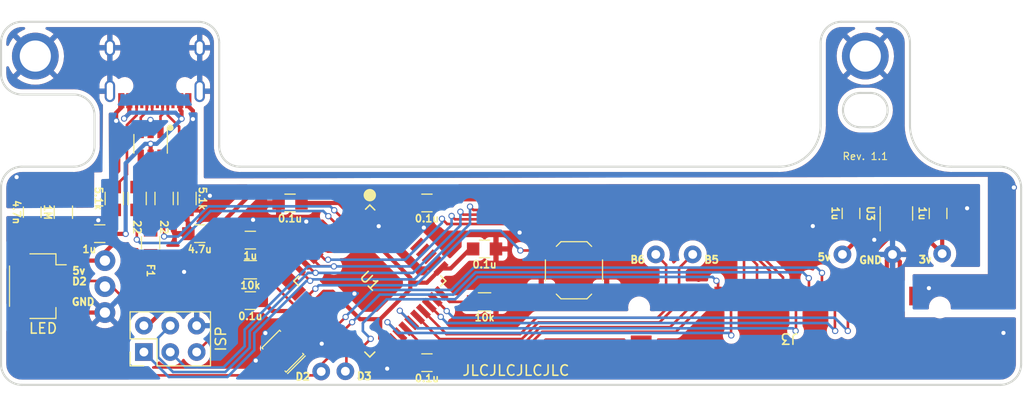
<source format=kicad_pcb>
(kicad_pcb (version 20211014) (generator pcbnew)
  (layers (0 "F.Cu" signal) (31 "B.Cu" signal) (34 "B.Paste" user) (35 "F.Paste" user) (36 "B.SilkS" user "B.Silkscreen") (37 "F.SilkS" user "F.Silkscreen") (38 "B.Mask" user) (39 "F.Mask" user) (44 "Edge.Cuts" user))
  (net 0 "")
  (net 1 "GND")
  (net 2 "VCC")
  (net 3 "RST")
  (net 4 "Earth")
  (net 5 "+3V3")
  (net 7 "Net-(C7-Pad1)")
  (net 8 "Net-(J1-Pad4)")
  (net 10 "P8")
  (net 11 "P1")
  (net 12 "P2")
  (net 13 "P3")
  (net 14 "P4")
  (net 15 "MOSI")
  (net 16 "MISO")
  (net 17 "P5")
  (net 18 "P6")
  (net 19 "P7")
  (net 20 "P11")
  (net 21 "P12")
  (net 22 "P13")
  (net 23 "P14")
  (net 24 "P15")
  (net 27 "unconnected-(U1-Pad20)")
  (net 28 "unconnected-(U1-Pad21)")
  (net 36 "D-")
  (net 37 "D+")
  (net 38 "VBUS")
  (net 39 "Net-(U1-Pad17)")
  (net 40 "Net-(U1-Pad16)")
  (net 41 "Net-(J1-Pad5)")
  (net 42 "Net-(R2-Pad2)")
  (net 43 "Net-(R4-Pad1)")
  (net 44 "Net-(R1-Pad2)")
  (net 45 "Net-(J1-Pad6)")
  (net 46 "Net-(J1-Pad10)")
  (footprint "Keeb_components:C_0805" (layer "F.Cu") (at 81.824 18.5 90)
    (fp_text reference "C9")
    (fp_text value "1u")
  )
  (footprint "Keeb_components:C_0805" (layer "F.Cu") (at 46.547 21.916)
    (fp_text reference "C2")
    (fp_text value "0.1u")
  )
  (footprint "Keeb_components:C_0805" (layer "F.Cu") (at 24 26.891 180)
    (fp_text reference "C5")
    (fp_text value "0.1u")
  )
  (footprint "Keeb_components:F_0805" (layer "F.Cu") (at 14.4 21.3264 90)
    (fp_text reference "F1")
    (fp_text value "Polyfuse_Small" hide)
  )
  (footprint "Keeb_components:R_0805" (layer "F.Cu") (at 17.9 17.0592 -90)
    (fp_text reference "R5" hide)
    (fp_text value "5.1k")
  )
  (footprint "" (layer "F.Cu") (at 66.584 22.444)
    (fp_text reference "")
    (fp_text value "")
  )
  (footprint "Keeb_components:JST_SH_SM04B-SRSS-TB_1x04-1MP_P1.00mm_Horizontal" (layer "F.Cu") (at 3.5 25.5 -90)
    (fp_text reference "J2" hide)
    (fp_text value "ai03_ud" hide)
  )
  (footprint "Keeb_components:HRO-TYPE-C-31-M-12" (layer "F.Cu") (at 14.8 -0.05)
    (fp_text reference "J1")
    (fp_text value "HRO-TYPE-C-31-M-12")
  )
  (footprint "Keeb_components:C_0805" (layer "F.Cu") (at 19.132 20.446 180)
    (fp_text reference "C6")
    (fp_text value "4.7u")
  )
  (footprint "" (layer "F.Cu") (at 81.57 21.428)
    (fp_text reference "")
    (fp_text value "")
  )
  (footprint "Keeb_components:C_0805" (layer "F.Cu") (at 24 21.066 180)
    (fp_text reference "C7")
    (fp_text value "1u")
  )
  (footprint "Keeb_components:C_0805" (layer "F.Cu") (at 27.822 17.491 180)
    (fp_text reference "C3")
    (fp_text value "0.1u")
  )
  (footprint "footprints:DF14-20P-1.25H" (layer "F.Cu") (at 75.9 27.55 180)
    (fp_text reference "J3")
    (fp_text value "DF14-20P-1.25H")
  )
  (footprint "Keeb_components:C_0805" (layer "F.Cu") (at 3 18.38 -90)
    (fp_text reference "C8")
    (fp_text value "4.7n")
  )
  (footprint "" (layer "F.Cu") (at 85.822 23.391)
    (fp_text reference "")
    (fp_text value "")
  )
  (footprint "Keeb_components:C_0805" (layer "F.Cu") (at 41 17.491)
    (fp_text reference "C1")
    (fp_text value "0.1u")
  )
  (footprint "footprints:screw" (layer "F.Cu") (at 3.3 3.35)
    (fp_text reference "S1" hide)
    (fp_text value "SCREW" hide)
  )
  (footprint "Keeb_components:C_0805" (layer "F.Cu") (at 90.206 18.5 90)
    (fp_text reference "C10")
    (fp_text value "1u")
  )
  (footprint "" (layer "F.Cu") (at 30.822 33.716)
    (fp_text reference "")
    (fp_text value "")
  )
  (footprint "Keeb_components:R_0805" (layer "F.Cu") (at 46.547 27.016)
    (fp_text reference "R4" hide)
    (fp_text value "10k")
  )
  (footprint "footprints:solder_header" (layer "F.Cu") (at 10 26.791 -90)
    (fp_text reference "J4" hide)
    (fp_text value "Solder header" hide)
  )
  (footprint "Keeb_components:Resonator_SMD_muRata_CSTNExxV-3Pin-p1.2" (layer "F.Cu") (at 27.127472 31.755472 135)
    (fp_text reference "X1" hide)
    (fp_text value "16mhz")
  )
  (footprint "Keeb_components:R_0805" (layer "F.Cu") (at 13.1 17.0592 -90)
    (fp_text reference "R1" hide)
    (fp_text value "22")
  )
  (footprint "Package_TO_SOT_SMD:SOT-23" (layer "F.Cu") (at 86.1928 18.5 90)
    (fp_text reference "U3")
    (fp_text value "XC6206P332MR")
  )
  (footprint "" (layer "F.Cu") (at 33.147 33.691)
    (fp_text reference "")
    (fp_text value "")
  )
  (footprint "footprints:screw" (layer "F.Cu") (at 83.2 3.35)
    (fp_text reference "S2" hide)
    (fp_text value "SCREW" hide)
  )
  (footprint "Keeb_components:R_0805" (layer "F.Cu") (at 10.9 17.0592 -90)
    (fp_text reference "R6" hide)
    (fp_text value "5.1k")
  )
  (footprint "Keeb_components:C_0805" (layer "F.Cu") (at 41 32.866)
    (fp_text reference "C4")
    (fp_text value "0.1u")
  )
  (footprint "Keeb_components:isp_standard" (layer "F.Cu") (at 16.292 30.572 90)
    (fp_text reference "J2" hide)
    (fp_text value "ISP")
  )
  (footprint "Keeb_components:ATMEGA32U4" (layer "F.Cu") (at 35.5 25 -135)
    (fp_text reference "U1")
    (fp_text value "ATmega32U4")
  )
  (footprint "" (layer "F.Cu") (at 63.028 22.444)
    (fp_text reference "")
    (fp_text value "")
  )
  (footprint "Button_Switch_SMD:SW_SPST_TL3342" (layer "F.Cu") (at 55.154 23.968 180)
    (fp_text reference "SW1" hide)
    (fp_text value "SW_PUSH")
  )
  (footprint "Keeb_components:R_0805" (layer "F.Cu") (at 6 18.38 90)
    (fp_text reference "R7" hide)
    (fp_text value "1M")
  )
  (footprint "" (layer "F.Cu") (at 89.997 21.358)
    (fp_text reference "")
    (fp_text value "")
  )
  (footprint "Keeb_components:C_0805" (layer "F.Cu") (at 9.5 20.446 180)
    (fp_text reference "C11")
    (fp_text value "1u")
  )
  (footprint "Keeb_components:USBLC6-2SC6" (layer "F.Cu") (at 14.4 11.8 90)
    (fp_text reference "U2" hide)
    (fp_text value "USBLC6-2SC6")
  )
  (footprint "Keeb_components:R_0805" (layer "F.Cu") (at 15.7 17.0592 -90)
    (fp_text reference "R2" hide)
    (fp_text value "22")
  )
  (footprint "Keeb_components:R_0805" (layer "F.Cu") (at 24 23.916)
    (fp_text reference "R3" hide)
    (fp_text value "10k")
  )
  (footprint "footprints:MegaMan7" (layer "B.Cu") (at 86.142 31.5 180)
    (fp_text reference "G***" hide)
    (fp_text value "LOGO" hide)
  )
  (gr_line (start 21 2.05) (end 21 12) (layer "Edge.Cuts") (width 0.2))
  (gr_arc (start 23 14) (mid 21.585786 13.414214) (end 21 12) (layer "Edge.Cuts") (width 0.2))
  (gr_line (start 78.9 2.05) (end 78.9 10) (layer "Edge.Cuts") (width 0.2))
  (gr_line (start 1.999999 0.05) (end 19 0.05) (layer "Edge.Cuts") (width 0.2))
  (gr_line (start 0 33) (end 0 16) (layer "Edge.Cuts") (width 0.2))
  (gr_arc (start 98.199999 33.000001) (mid 97.614213 34.414214) (end 96.2 35) (layer "Edge.Cuts") (width 0.2))
  (gr_line (start 96.2 14) (end 91.5 14) (layer "Edge.Cuts") (width 0.2))
  (gr_arc (start 2 7.05) (mid 0.585786 6.464213) (end -0.000001 5.05) (layer "Edge.Cuts") (width 0.2))
  (gr_arc (start 2 35) (mid 0.585786 34.414214) (end 0 33) (layer "Edge.Cuts") (width 0.2))
  (gr_arc (start 9 12) (mid 8.414214 13.414214) (end 7 14) (layer "Edge.Cuts") (width 0.2))
  (gr_line (start -0.000001 5.05) (end -0.000001 2.05) (layer "Edge.Cuts") (width 0.2))
  (gr_line (start 74.9 14) (end 23 14) (layer "Edge.Cuts") (width 0.2))
  (gr_arc (start 0 16) (mid 0.585786 14.585786) (end 2 14) (layer "Edge.Cuts") (width 0.2))
  (gr_line (start 9 12) (end 9 9.05) (layer "Edge.Cuts") (width 0.2))
  (gr_line (start 98.2 16) (end 98.2 33) (layer "Edge.Cuts") (width 0.2))
  (gr_arc (start 78.9 10) (mid 77.728427 12.828427) (end 74.9 14) (layer "Edge.Cuts") (width 0.2))
  (gr_line (start 83.7 10.2) (end 82.699999 10.2) (layer "Edge.Cuts") (width 0.2))
  (gr_arc (start 85.5 0.05) (mid 86.914214 0.635786) (end 87.5 2.05) (layer "Edge.Cuts") (width 0.2))
  (gr_arc (start 83.7 6.9) (mid 85.35 8.55) (end 83.7 10.2) (layer "Edge.Cuts") (width 0.2))
  (gr_arc (start 78.9 2.05) (mid 79.485786 0.635786) (end 80.9 0.05) (layer "Edge.Cuts") (width 0.2))
  (gr_line (start 80.9 0.05) (end 85.5 0.050001) (layer "Edge.Cuts") (width 0.2))
  (gr_arc (start 19 0.05) (mid 20.414214 0.635786) (end 21 2.05) (layer "Edge.Cuts") (width 0.2))
  (gr_arc (start 7 7.05) (mid 8.414214 7.635786) (end 9 9.05) (layer "Edge.Cuts") (width 0.2))
  (gr_line (start 82.699999 6.9) (end 83.7 6.9) (layer "Edge.Cuts") (width 0.2))
  (gr_arc (start 82.699999 10.2) (mid 81.049999 8.55) (end 82.699999 6.9) (layer "Edge.Cuts") (width 0.2))
  (gr_line (start 7 14) (end 2 14) (layer "Edge.Cuts") (width 0.2))
  (gr_arc (start 96.2 14) (mid 97.614214 14.585786) (end 98.2 16) (layer "Edge.Cuts") (width 0.2))
  (gr_line (start 96.2 35) (end 1.999999 35) (layer "Edge.Cuts") (width 0.2))
  (gr_line (start 87.5 2.05) (end 87.5 10) (layer "Edge.Cuts") (width 0.2))
  (gr_line (start 7 7.05) (end 2 7.05) (layer "Edge.Cuts") (width 0.2))
  (gr_arc (start -0.000001 2.05) (mid 0.585785 0.635786) (end 1.999999 0.05) (layer "Edge.Cuts") (width 0.2))
  (gr_arc (start 91.5 14) (mid 88.671573 12.828427) (end 87.5 10) (layer "Edge.Cuts") (width 0.2))
  (gr_text "B5" (at 67.6 22.952) (layer "F.SilkS") (effects (font (size 0.7 0.7) (thickness 0.175)) (justify left)))
  (gr_text "B6" (at 60.488 22.952) (layer "F.SilkS") (effects (font (size 0.7 0.7) (thickness 0.175)) (justify left)))
  (gr_text "D2" (at 6.747 25.041) (layer "F.SilkS") (effects (font (size 0.7 0.7) (thickness 0.175)) (justify left)))
  (gr_text "3v\n" (at 88.247 22.941) (layer "F.SilkS") (effects (font (size 0.7 0.7) (thickness 0.175)) (justify left)))
  (gr_text "5v" (at 6.772 24.016) (layer "F.SilkS") (effects (font (size 0.7 0.7) (thickness 0.175)) (justify left)))
  (gr_text "Rev. 1.1" (at 83.2 13) (layer "F.SilkS") (effects (font (size 0.7 0.7) (thickness 0.1))))
  (gr_text "GND" (at 82.522 22.991) (layer "F.SilkS") (effects (font (size 0.7 0.7) (thickness 0.175)) (justify left)))
  (gr_text "D3" (at 34.172 34.166) (layer "F.SilkS") (effects (font (size 0.7 0.7) (thickness 0.175)) (justify left)))
  (gr_text "LED" (at 4.047 29.566) (layer "F.SilkS") (effects (font (size 1 1))))
  (gr_text "5v" (at 78.522 22.698) (layer "F.SilkS") (effects (font (size 0.7 0.7) (thickness 0.175)) (justify left)))
  (gr_text "D2" (at 28.247 34.216) (layer "F.SilkS") (effects (font (size 0.7 0.7) (thickness 0.175)) (justify left)))
  (gr_text "GND" (at 6.722 27.016) (layer "F.SilkS") (effects (font (size 0.7 0.7) (thickness 0.175)) (justify left)))
  (gr_text "JLCJLCJLCJLC" (at 49.566 33.62) (layer "F.SilkS") (effects (font (size 1 1))))
  (segment (start 9.952 19.156) (end 10.9 18.208) (width 0.4) (layer "F.Cu") (net 1))
  (segment (start 26.669 28.794) (end 29.443258 28.794) (width 0.4) (layer "F.Cu") (net 1))
  (segment (start 20.102 16.796) (end 18.7388 18.1592) (width 0.4) (layer "F.Cu") (net 1))
  (segment (start 25.447 30.016) (end 26.669 28.794) (width 0.4) (layer "F.Cu") (net 1))
  (segment (start 11.079429 8.808571) (end 11.575 8.313) (width 0.4) (layer "F.Cu") (net 1))
  (segment (start 84.062 21.036) (end 84.062 20.6183) (width 0.4) (layer "F.Cu") (net 1))
  (segment (start 18.025 8.169) (end 18.025 7.645) (width 0.4) (layer "F.Cu") (net 1))
  (segment (start 11.079429 9.586693) (end 11.079429 8.808571) (width 0.4) (layer "F.Cu") (net 1))
  (segment (start 40.702 19.866) (end 40.702 18.889) (width 0.4) (layer "F.Cu") (net 1))
  (segment (start 36.358 19.616517) (end 36.358 19.727) (width 0.4) (layer "F.Cu") (net 1))
  (segment (start 6.691 28.041) (end 5.65 27) (width 0.4) (layer "F.Cu") (net 1))
  (segment (start 37.172 33.441) (end 37.172 32.328854) (width 0.4) (layer "F.Cu") (net 1))
  (segment (start 24.262 19.116) (end 25.887 17.491) (width 0.4) (layer "F.Cu") (net 1))
  (segment (start 14.387 9.499989) (end 14.4 9.512989) (width 0.4) (layer "F.Cu") (net 1))
  (segment (start 86.525 23.147) (end 86.525 26.45) (width 0.4) (layer "F.Cu") (net 1))
  (segment (start 41.234631 23.790852) (end 41.79325 23.232233) (width 0.4) (layer "F.Cu") (net 1))
  (segment (start 11.575 8.313) (end 11.575 7.645) (width 0.4) (layer "F.Cu") (net 1))
  (segment (start 22.9 20.478) (end 22.9 21.066) (width 0.4) (layer "F.Cu") (net 1))
  (segment (start 24.262 19.116) (end 22.9 20.478) (width 0.4) (layer "F.Cu") (net 1))
  (segment (start 18.472 8.616) (end 18.025 8.169) (width 0.4) (layer "F.Cu") (net 1))
  (segment (start 29.382 19.286) (end 30.917371 19.286) (width 0.4) (layer "F.Cu") (net 1))
  (segment (start 10 28.041) (end 6.691 28.041) (width 0.4) (layer "F.Cu") (net 1))
  (segment (start 9.362 19.156) (end 9.952 19.156) (width 0.4) (layer "F.Cu") (net 1))
  (segment (start 85.822 22.444) (end 86.525 23.147) (width 0.4) (layer "F.Cu") (net 1))
  (segment (start 29.443258 28.794) (end 30.33812 27.899138) (width 0.4) (layer "F.Cu") (net 1))
  (segment (start 40.421852 23.790852) (end 41.234631 23.790852) (width 0.4) (layer "F.Cu") (net 1))
  (segment (start 36.358 19.727) (end 40.421852 23.790852) (width 0.4) (layer "F.Cu") (net 1))
  (segment (start 37.267767 18.70675) (end 36.358 19.616517) (width 0.4) (layer "F.Cu") (net 1))
  (segment (start 85.275 26.45) (end 85.275 22.991) (width 0.4) (layer "F.Cu") (net 1))
  (segment (start 25.887 17.491) (end 26.722 17.491) (width 0.4) (layer "F.Cu") (net 1))
  (segment (start 40.702 18.889) (end 42.1 17.491) (width 0.4) (layer "F.Cu") (net 1))
  (segment (start 84.062 20.6183) (end 85.2428 19.4375) (width 0.4) (layer "F.Cu") (net 1))
  (segment (start 18.7388 18.1592) (end 17.9 18.1592) (width 0.4) (layer "F.Cu") (net 1))
  (segment (start 37.172 32.328854) (end 36.702082 31.858936) (width 0.4) (layer "F.Cu") (net 1))
  (segment (start 30.917371 19.286) (end 32.035177 20.403806) (width 0.4) (layer "F.Cu") (net 1))
  (segment (start 8.4 20.118) (end 8.4 20.446) (width 0.4) (layer "F.Cu") (net 1))
  (segment (start 18.472 9.416) (end 18.472 8.616) (width 0.4) (layer "F.Cu") (net 1))
  (segment (start 85.275 22.991) (end 85.822 22.444) (width 0.4) (layer "F.Cu") (net 1))
  (segment (start 9.362 19.156) (end 8.4 20.118) (width 0.4) (layer "F.Cu") (net 1))
  (segment (start 14.4 9.512989) (end 14.4 10.65) (width 0.4) (layer "F.Cu") (net 1))
  (segment (start 10.9 18.208) (end 10.9 18.1592) (width 0.4) (layer "F.Cu") (net 1))
  (via (at 24.522 32.666) (size 0.6) (drill 0.4) (layers "F.Cu" "B.Cu") (net 1))
  (via (at 30.872 31.041) (size 0.6) (drill 0.4) (layers "F.Cu" "B.Cu") (net 1))
  (via (at 29.382 19.286) (size 0.6) (drill 0.4) (layers "F.Cu" "B.Cu") (net 1))
  (via (at 34.022 26.226) (size 0.6) (drill 0.4) (layers "F.Cu" "B.Cu") (net 1))
  (via (at 18.472 9.416) (size 0.6) (drill 0.4) (layers "F.Cu" "B.Cu") (net 1))
  (via (at 17.622 24.126) (size 0.6) (drill 0.4) (layers "F.Cu" "B.Cu") (net 1))
  (via (at 9.362 19.156) (size 0.6) (drill 0.4) (layers "F.Cu" "B.Cu") (net 1))
  (via (at 25.447 30.016) (size 0.6) (drill 0.4) (layers "F.Cu" "B.Cu") (net 1))
  (via (at 36.358 19.727) (size 0.6) (drill 0.4) (layers "F.Cu" "B.Cu") (net 1))
  (via (at 11.079429 9.586693) (size 0.6) (drill 0.4) (layers "F.Cu" "B.Cu") (net 1))
  (via (at 37.172 33.441) (size 0.6) (drill 0.4) (layers "F.Cu" "B.Cu") (net 1))
  (via (at 93 18) (size 0.6) (drill 0.4) (layers "F.Cu" "B.Cu") (net 1))
  (via (at 14.387 9.499989) (size 0.6) (drill 0.4) (layers "F.Cu" "B.Cu") (net 1))
  (via (at 96.5 30) (size 0.6) (drill 0.4) (layers "F.Cu" "B.Cu") (net 1))
  (via (at 24.262 19.116) (size 0.6) (drill 0.4) (layers "F.Cu" "B.Cu") (net 1))
  (via (at 20.102 16.796) (size 0.6) (drill 0.4) (layers "F.Cu" "B.Cu") (net 1))
  (via (at 49.922 20.341) (size 0.6) (drill 0.4) (layers "F.Cu" "B.Cu") (net 1))
  (via (at 78.147 19.716) (size 0.6) (drill 0.4) (layers "F.Cu" "B.Cu") (net 1))
  (via (at 84.062 21.036) (size 0.6) (drill 0.4) (layers "F.Cu" "B.Cu") (net 1))
  (via (at 40.702 19.866) (size 0.6) (drill 0.4) (layers "F.Cu" "B.Cu") (net 1))
  (segment (start 13.595989 10.291) (end 14.387 9.499989) (width 0.4) (layer "B.Cu") (net 1))
  (segment (start 11.079429 9.586693) (end 11.783736 10.291) (width 0.4) (layer "B.Cu") (net 1))
  (segment (start 11.783736 10.291) (end 13.595989 10.291) (width 0.4) (layer "B.Cu") (net 1))
  (segment (start 35.422 19.421146) (end 36.702082 18.141064) (width 0.4) (layer "F.Cu") (net 2))
  (segment (start 35.422 21.266) (end 33.647 21.266) (width 0.4) (layer "F.Cu") (net 2))
  (segment (start 42.358936 23.797918) (end 40.990854 25.166) (width 0.4) (layer "F.Cu") (net 2))
  (segment (start 24.437 16.241) (end 33.672 16.241) (width 0.4) (layer "F.Cu") (net 2))
  (segment (start 39.397 24.691) (end 39.397 25.781725) (width 0.4) (layer "F.Cu") (net 2))
  (segment (start 13.752 29.302) (end 14.126 29.302) (width 0.4) (layer "F.Cu") (net 2))
  (segment (start 35.422 21.266) (end 35.422222 21.265778) (width 0.4) (layer "F.Cu") (net 2))
  (segment (start 32.516972 17.491489) (end 28.922489 17.491489) (width 0.4) (layer "F.Cu") (net 2))
  (segment (start 40.990854 25.166) (end 39.397 25.166) (width 0.4) (layer "F.Cu") (net 2))
  (segment (start 20.232 20.446) (end 18.2516 22.4264) (width 0.4) (layer "F.Cu") (net 2))
  (segment (start 19.512 23.916) (end 22.9 23.916) (width 0.4) (layer "F.Cu") (net 2))
  (segment (start 84.282 19.162) (end 84.282 18.616) (width 0.4) (layer "F.Cu") (net 2))
  (segment (start 35.497 18.066) (end 37.322 16.241) (width 0.4) (layer "F.Cu") (net 2))
  (segment (start 36.499981 28.678744) (end 34.559744 28.678744) (width 0.4) (layer "F.Cu") (net 2))
  (segment (start 81 22.444) (end 84.282 19.162) (width 0.4) (layer "F.Cu") (net 2))
  (segment (start 28.922489 17.491489) (end 28.922 17.491) (width 0.4) (layer "F.Cu") (net 2))
  (segment (start 34.559744 28.678744) (end 31.922 26.041) (width 0.4) (layer "F.Cu") (net 2))
  (segment (start 21.562 22.578) (end 21.562 19.286) (width 0.4) (layer "F.Cu") (net 2))
  (segment (start 39.397 25.781725) (end 36.499981 28.678744) (width 0.4) (layer "F.Cu") (net 2))
  (segment (start 35.422 21.266) (end 35.422 20.391) (width 0.4) (layer "F.Cu") (net 2))
  (segment (start 84.282 18.616) (end 85.3355 17.5625) (width 0.4) (layer "F.Cu") (net 2))
  (segment (start 21.477 19.201) (end 24.437 16.241) (width 0.4) (layer "F.Cu") (net 2))
  (segment (start 33.732233 18.70675) (end 32.516972 17.491489) (width 0.4) (layer "F.Cu") (net 2))
  (segment (start 43.322 16.241) (end 44.222489 17.141489) (width 0.4) (layer "F.Cu") (net 2))
  (segment (start 37.352146 17.491) (end 36.702082 18.141064) (width 0.4) (layer "F.Cu") (net 2))
  (segment (start 86.1928 17.5625) (end 86.0303 17.4) (width 0.4) (layer "F.Cu") (net 2))
  (segment (start 35.422222 18.140778) (end 35.497 18.066) (width 0.4) (layer "F.Cu") (net 2))
  (segment (start 39.9 32.866) (end 38.840517 32.866) (width 0.4) (layer "F.Cu") (net 2))
  (segment (start 35.422222 21.265778) (end 35.422222 18.140778) (width 0.4) (layer "F.Cu") (net 2))
  (segment (start 33.73775 18.70675) (end 33.732233 18.70675) (width 0.4) (layer "F.Cu") (net 2))
  (segment (start 86.0303 17.4) (end 81.824 17.4) (width 0.4) (layer "F.Cu") (net 2))
  (segment (start 21.562 19.286) (end 21.477 19.201) (width 0.4) (layer "F.Cu") (net 2))
  (segment (start 35.422 20.391) (end 33.73775 18.70675) (width 0.4) (layer "F.Cu") (net 2))
  (segment (start 33.647 21.266) (end 32.819205 22.093795) (width 0.4) (layer "F.Cu") (net 2))
  (segment (start 42.358936 23.797918) (end 43.280082 23.797918) (width 0.4) (layer "F.Cu") (net 2))
  (segment (start 26.101071 27.892071) (end 25.1 26.891) (width 0.4) (layer "F.Cu") (net 2))
  (segment (start 82.848511 26.376489) (end 82.775 26.45) (width 0.4) (layer "F.Cu") (net 2))
  (segment (start 36.499981 30.525464) (end 37.267767 31.29325) (width 0.4) (layer "F.Cu") (net 2))
  (segment (start 29.213816 27.892071) (end 26.101071 27.892071) (width 0.4) (layer "F.Cu") (net 2))
  (segment (start 18.2516 22.4264) (end 14.4 22.4264) (width 0.4) (layer "F.Cu") (net 2))
  (segment (start 39.9 17.491) (end 37.352146 17.491) (width 0.4) (layer "F.Cu") (net 2))
  (segment (start 33.672 16.241) (end 35.497 18.066) (width 0.4) (layer "F.Cu") (net 2))
  (segment (start 85.3355 17.5625) (end 86.1928 17.5625) (width 0.4) (layer "F.Cu") (net 2))
  (segment (start 22.9 23.916) (end 21.562 22.578) (width 0.4) (layer "F.Cu") (net 2))
  (segment (start 35.972 21.266) (end 39.397 24.691) (width 0.4) (layer "F.Cu") (net 2))
  (segment (start 20.182 20.496) (end 21.477 19.201) (width 0.4) (layer "F.Cu") (net 2))
  (segment (start 32.819205 22.093795) (end 31.462424 22.093795) (width 0.4) (layer "F.Cu") (net 2))
  (segment (start 14.126 29.302) (end 19.512 23.916) (width 0.4) (layer "F.Cu") (net 2))
  (segment (start 31.064887 26.041) (end 29.772435 27.333452) (width 0.4) (layer "F.Cu") (net 2))
  (segment (start 45.162 21.916) (end 45.447 21.916) (width 0.4) (layer "F.Cu") (net 2))
  (segment (start 35.422 21.266) (end 35.972 21.266) (width 0.4) (layer "F.Cu") (net 2))
  (segment (start 31.922 26.041) (end 31.064887 26.041) (width 0.4) (layer "F.Cu") (net 2))
  (segment (start 37.322 16.241) (end 43.322 16.241) (width 0.4) (layer "F.Cu") (net 2))
  (segment (start 81.565489 17.141489) (end 81.824 17.4) (width 0.4) (layer "F.Cu") (net 2))
  (segment (start 82.848511 20.624511) (end 82.848511 26.376489) (width 0.4) (layer "F.Cu") (net 2))
  (segment (start 35.422 21.266) (end 35.422 19.421146) (width 0.4) (layer "F.Cu") (net 2))
  (segment (start 38.840517 32.866) (end 37.267767 31.29325) (width 0.4) (layer "F.Cu") (net 2))
  (segment (start 43.280082 23.797918) (end 45.162 21.916) (width 0.4) (layer "F.Cu") (net 2))
  (segment (start 44.222489 17.141489) (end 81.565489 17.141489) (width 0.4) (layer "F.Cu") (net 2))
  (segment (start 31.462424 22.093795) (end 30.903806 21.535177) (width 0.4) (layer "F.Cu") (net 2))
  (segment (start 36.499981 28.678744) (end 36.499981 30.525464) (width 0.4) (layer "F.Cu") (net 2))
  (segment (start 29.772435 27.333452) (end 29.213816 27.892071) (width 0.4) (layer "F.Cu") (net 2))
  (segment (start 49.997 22.066) (end 49.999 22.068) (width 0.25) (layer "F.Cu") (net 3))
  (segment (start 30.228517 25.746) (end 29.20675 26.767767) (width 0.25) (layer "F.Cu") (net 3))
  (segment (start 23.73 25.286) (end 22.482 25.286) (width 0.25) (layer "F.Cu") (net 3))
  (segment (start 28.157386 27.251386) (end 25.1 24.194) (width 0.25) (layer "F.Cu") (net 3))
  (segment (start 22.482 25.286) (end 20.997 26.771) (width 0.25) (layer "F.Cu") (net 3))
  (segment (start 25.1 24.194) (end 25.1 23.916) (width 0.25) (layer "F.Cu") (net 3))
  (segment (start 28.723131 27.251386) (end 28.157386 27.251386) (width 0.25) (layer "F.Cu") (net 3))
  (segment (start 49.999 22.068) (end 52.004 22.068) (width 0.25) (layer "F.Cu") (net 3))
  (segment (start 25.1 23.916) (end 23.73 25.286) (width 0.25) (layer "F.Cu") (net 3))
  (segment (start 20.997 29.677) (end 18.832 31.842) (width 0.25) (layer "F.Cu") (net 3))
  (segment (start 30.262 25.746) (end 30.228517 25.746) (width 0.25) (layer "F.Cu") (net 3))
  (segment (start 20.997 26.771) (end 20.997 29.677) (width 0.25) (layer "F.Cu") (net 3))
  (segment (start 52.004 22.068) (end 58.304 22.068) (width 0.25) (layer "F.Cu") (net 3))
  (segment (start 29.20675 26.767767) (end 28.723131 27.251386) (width 0.25) (layer "F.Cu") (net 3))
  (via (at 30.262 25.746) (size 0.6) (drill 0.4) (layers "F.Cu" "B.Cu") (net 3))
  (via (at 49.997 22.066) (size 0.6) (drill 0.4) (layers "F.Cu" "B.Cu") (net 3))
  (segment (start 39.92456 25.41344) (end 30.59456 25.41344) (width 0.25) (layer "B.Cu") (net 3))
  (segment (start 49.997 22.066) (end 48.097 20.166) (width 0.25) (layer "B.Cu") (net 3))
  (segment (start 45.172 20.166) (end 39.92456 25.41344) (width 0.25) (layer "B.Cu") (net 3))
  (segment (start 48.097 20.166) (end 45.172 20.166) (width 0.25) (layer "B.Cu") (net 3))
  (segment (start 30.59456 25.41344) (end 30.262 25.746) (width 0.25) (layer "B.Cu") (net 3))
  (via (at 89.322 25.691) (size 0.6) (drill 0.4) (layers "F.Cu" "B.Cu") (net 4))
  (via (at 1.5 15) (size 0.6) (drill 0.4) (layers "F.Cu" "B.Cu") (net 4))
  (via (at 97.5 16) (size 0.6) (drill 0.4) (layers "F.Cu" "B.Cu") (net 4))
  (segment (start 87.3053 19.6) (end 90.206 19.6) (width 0.4) (layer "F.Cu") (net 5))
  (segment (start 85.472 20.816) (end 89.042 20.816) (width 0.4) (layer "F.Cu") (net 5))
  (segment (start 90.206 19.6) (end 90.602 19.996) (width 0.4) (layer "F.Cu") (net 5))
  (segment (start 84.025 26.45) (end 84.047 26.428) (width 0.4) (layer "F.Cu") (net 5))
  (segment (start 84.047 22.241) (end 85.472 20.816) (width 0.4) (layer "F.Cu") (net 5))
  (segment (start 89.042 20.816) (end 90.6 22.374) (width 0.4) (layer "F.Cu") (net 5))
  (segment (start 84.047 26.428) (end 84.047 22.241) (width 0.4) (layer "F.Cu") (net 5))
  (segment (start 90.602 22.372) (end 90.6 22.374) (width 0.4) (layer "F.Cu") (net 5))
  (segment (start 87.1428 19.4375) (end 87.3053 19.6) (width 0.4) (layer "F.Cu") (net 5))
  (segment (start 90.602 19.996) (end 90.602 22.372) (width 0.4) (layer "F.Cu") (net 5))
  (segment (start 30.985873 20.485873) (end 25.680127 20.485873) (width 0.25) (layer "F.Cu") (net 7))
  (segment (start 25.680127 20.485873) (end 25.1 21.066) (width 0.25) (layer "F.Cu") (net 7))
  (segment (start 31.469491 20.969491) (end 30.985873 20.485873) (width 0.25) (layer "F.Cu") (net 7))
  (segment (start 16.05 7.645) (end 16.05 9.05) (width 0.25) (layer "F.Cu") (net 8))
  (segment (start 17.147 15.2062) (end 17.9 15.9592) (width 0.25) (layer "F.Cu") (net 8))
  (segment (start 17.147 10.147) (end 17.147 15.2062) (width 0.25) (layer "F.Cu") (net 8))
  (segment (start 16.05 9.05) (end 17.147 10.147) (width 0.25) (layer "F.Cu") (net 8))
  (segment (start 30.682398 23.576511) (end 29.772435 22.666548) (width 0.25) (layer "F.Cu") (net 10))
  (segment (start 32.019011 23.576511) (end 30.682398 23.576511) (width 0.25) (layer "F.Cu") (net 10))
  (segment (start 32.04 23.5975) (end 32.019011 23.576511) (width 0.25) (layer "F.Cu") (net 10))
  (segment (start 43.69652 19.06552) (end 68.413238 19.06552) (width 0.25) (layer "F.Cu") (net 10))
  (segment (start 43.372 18.741) (end 43.69652 19.06552) (width 0.25) (layer "F.Cu") (net 10))
  (segment (start 72.775 23.427282) (end 72.775 26.45) (width 0.25) (layer "F.Cu") (net 10))
  (segment (start 68.413238 19.06552) (end 72.775 23.427282) (width 0.25) (layer "F.Cu") (net 10))
  (via (at 32.04 23.5975) (size 0.6) (drill 0.4) (layers "F.Cu" "B.Cu") (net 10))
  (via (at 43.372 18.741) (size 0.6) (drill 0.4) (layers "F.Cu" "B.Cu") (net 10))
  (segment (start 16.292 31.842) (end 17.766 33.316) (width 0.25) (layer "B.Cu") (net 10))
  (segment (start 23.447 31.280282) (end 23.447 29.685124) (width 0.25) (layer "B.Cu") (net 10))
  (segment (start 23.447 29.685124) (end 29.534624 23.5975) (width 0.25) (layer "B.Cu") (net 10))
  (segment (start 21.411282 33.316) (end 23.447 31.280282) (width 0.25) (layer "B.Cu") (net 10))
  (segment (start 43.372 18.741) (end 43.372 19.620282) (width 0.25) (layer "B.Cu") (net 10))
  (segment (start 29.534624 23.5975) (end 32.04 23.5975) (width 0.25) (layer "B.Cu") (net 10))
  (segment (start 43.372 19.620282) (end 39.394793 23.597489) (width 0.25) (layer "B.Cu") (net 10))
  (segment (start 39.394793 23.597489) (end 32.040011 23.597489) (width 0.25) (layer "B.Cu") (net 10))
  (segment (start 17.766 33.316) (end 21.411282 33.316) (width 0.25) (layer "B.Cu") (net 10))
  (segment (start 32.040011 23.597489) (end 32.04 23.5975) (width 0.25) (layer "B.Cu") (net 10))
  (segment (start 42.878742 30.116) (end 40.66188 27.899138) (width 0.25) (layer "F.Cu") (net 11))
  (segment (start 64.025 26.45) (end 64.025 27.713304) (width 0.25) (layer "F.Cu") (net 11))
  (segment (start 51.549022 28.54) (end 49.973022 30.116) (width 0.25) (layer "F.Cu") (net 11))
  (segment (start 63.028 22.444) (end 64.025 23.441) (width 0.25) (layer "F.Cu") (net 11))
  (segment (start 63.198304 28.54) (end 51.549022 28.54) (width 0.25) (layer "F.Cu") (net 11))
  (segment (start 64.025 23.441) (end 64.025 26.45) (width 0.25) (layer "F.Cu") (net 11))
  (segment (start 49.973022 30.116) (end 42.878742 30.116) (width 0.25) (layer "F.Cu") (net 11))
  (segment (start 64.025 27.713304) (end 63.198304 28.54) (width 0.25) (layer "F.Cu") (net 11))
  (segment (start 50.13374 30.591) (end 42.222371 30.591) (width 0.25) (layer "F.Cu") (net 12))
  (segment (start 65.275 27.099022) (end 63.384502 28.98952) (width 0.25) (layer "F.Cu") (net 12))
  (segment (start 51.73522 28.98952) (end 50.13374 30.591) (width 0.25) (layer "F.Cu") (net 12))
  (segment (start 42.222371 30.591) (end 40.096194 28.464823) (width 0.25) (layer "F.Cu") (net 12))
  (segment (start 63.384502 28.98952) (end 51.73522 28.98952) (width 0.25) (layer "F.Cu") (net 12))
  (segment (start 66.584 22.444) (end 65.275 23.753) (width 0.25) (layer "F.Cu") (net 12))
  (segment (start 65.275 26.45) (end 65.275 27.099022) (width 0.25) (layer "F.Cu") (net 12))
  (segment (start 65.275 23.753) (end 65.275 26.45) (width 0.25) (layer "F.Cu") (net 12))
  (segment (start 64.41496 29.43904) (end 51.921417 29.43904) (width 0.25) (layer "F.Cu") (net 13))
  (segment (start 50.243977 31.11648) (end 40.485109 31.11648) (width 0.25) (layer "F.Cu") (net 13))
  (segment (start 51.921417 29.43904) (end 50.243977 31.11648) (width 0.25) (layer "F.Cu") (net 13))
  (segment (start 66.525 26.45) (end 66.525 27.329) (width 0.25) (layer "F.Cu") (net 13))
  (segment (start 40.485109 31.11648) (end 38.964823 29.596194) (width 0.25) (layer "F.Cu") (net 13))
  (segment (start 66.525 27.329) (end 64.41496 29.43904) (width 0.25) (layer "F.Cu") (net 13))
  (segment (start 64.985462 29.88856) (end 52.107615 29.88856) (width 0.25) (layer "F.Cu") (net 14))
  (segment (start 50.430175 31.566) (end 38.671887 31.566) (width 0.25) (layer "F.Cu") (net 14))
  (segment (start 52.107615 29.88856) (end 50.430175 31.566) (width 0.25) (layer "F.Cu") (net 14))
  (segment (start 38.671887 31.566) (end 37.833452 30.727565) (width 0.25) (layer "F.Cu") (net 14))
  (segment (start 67.775 26.45) (end 67.775 27.099022) (width 0.25) (layer "F.Cu") (net 14))
  (segment (start 67.775 27.099022) (end 64.985462 29.88856) (width 0.25) (layer "F.Cu") (net 14))
  (segment (start 74.025 24.041564) (end 74.025 26.45) (width 0.25) (layer "F.Cu") (net 15))
  (segment (start 44.222 18.341) (end 44.497 18.616) (width 0.25) (layer "F.Cu") (net 15))
  (segment (start 44.497 18.616) (end 68.599436 18.616) (width 0.25) (layer "F.Cu") (net 15))
  (segment (start 30.274745 24.222011) (end 30.196528 24.222011) (width 0.25) (layer "F.Cu") (net 15))
  (segment (start 30.196528 24.222011) (end 29.20675 23.232233) (width 0.25) (layer "F.Cu") (net 15))
  (segment (start 68.599436 18.616) (end 74.025 24.041564) (width 0.25) (layer "F.Cu") (net 15))
  (via (at 30.274745 24.222011) (size 0.6) (drill 0.4) (layers "F.Cu" "B.Cu") (net 15))
  (via (at 44.222 18.341) (size 0.6) (drill 0.4) (layers "F.Cu" "B.Cu") (net 15))
  (segment (start 23.933743 31.429257) (end 21.597 33.766) (width 0.25) (layer "B.Cu") (net 15))
  (segment (start 16.55499 33.766) (end 15.117489 32.328499) (width 0.25) (layer "B.Cu") (net 15))
  (segment (start 30.274756 24.222) (end 39.66 24.222) (width 0.25) (layer "B.Cu") (net 15))
  (segment (start 30.274745 24.222011) (end 29.54583 24.222011) (width 0.25) (layer "B.Cu") (net 15))
  (segment (start 15.117489 32.328499) (end 15.117489 30.476511) (width 0.25) (layer "B.Cu") (net 15))
  (segment (start 29.54583 24.222011) (end 23.933743 29.834098) (width 0.25) (layer "B.Cu") (net 15))
  (segment (start 30.274745 24.222011) (end 30.274756 24.222) (width 0.25) (layer "B.Cu") (net 15))
  (segment (start 15.117489 30.476511) (end 16.292 29.302) (width 0.25) (layer "B.Cu") (net 15))
  (segment (start 23.933743 29.834098) (end 23.933743 31.429257) (width 0.25) (layer "B.Cu") (net 15))
  (segment (start 44.222 19.66) (end 44.222 18.341) (width 0.25) (layer "B.Cu") (net 15))
  (segment (start 21.597 33.766) (end 16.55499 33.766) (width 0.25) (layer "B.Cu") (net 15))
  (segment (start 39.66 24.222) (end 44.222 19.66) (width 0.25) (layer "B.Cu") (net 15))
  (segment (start 28.641064 23.871064) (end 29.754 24.984) (width 0.25) (layer "F.Cu") (net 16))
  (segment (start 45.472 18.166) (end 68.785154 18.166) (width 0.25) (layer "F.Cu") (net 16))
  (segment (start 75.275 24.655846) (end 75.275 26.45) (width 0.25) (layer "F.Cu") (net 16))
  (segment (start 68.785154 18.166) (end 75.275 24.655846) (width 0.25) (layer "F.Cu") (net 16))
  (segment (start 45.147 17.841) (end 45.472 18.166) (width 0.25) (layer "F.Cu") (net 16))
  (segment (start 28.641064 23.797918) (end 28.641064 23.871064) (width 0.25) (layer "F.Cu") (net 16))
  (via (at 29.754 24.984) (size 0.6) (drill 0.4) (layers "F.Cu" "B.Cu") (net 16))
  (via (at 45.147 17.841) (size 0.6) (drill 0.4) (layers "F.Cu" "B.Cu") (net 16))
  (segment (start 16.151 34.241) (end 13.752 31.842) (width 0.25) (layer "B.Cu") (net 16))
  (segment (start 29.891489 24.846511) (end 29.754 24.984) (width 0.25) (layer "B.Cu") (net 16))
  (segment (start 39.797489 24.846511) (end 29.891489 24.846511) (width 0.25) (layer "B.Cu") (net 16))
  (segment (start 29.419559 24.984) (end 24.383263 30.020296) (width 0.25) (layer "B.Cu") (net 16))
  (segment (start 24.383263 31.654737) (end 21.797 34.241) (width 0.25) (layer "B.Cu") (net 16))
  (segment (start 24.383263 30.020296) (end 24.383263 31.654737) (width 0.25) (layer "B.Cu") (net 16))
  (segment (start 45.147 17.841) (end 45.147 19.497) (width 0.25) (layer "B.Cu") (net 16))
  (segment (start 21.797 34.241) (end 16.151 34.241) (width 0.25) (layer "B.Cu") (net 16))
  (segment (start 29.754 24.984) (end 29.419559 24.984) (width 0.25) (layer "B.Cu") (net 16))
  (segment (start 45.147 19.497) (end 39.797489 24.846511) (width 0.25) (layer "B.Cu") (net 16))
  (segment (start 34.297918 31.858936) (end 35.584854 30.572) (width 0.25) (layer "F.Cu") (net 17))
  (segment (start 69.025 25.139) (end 68.87 24.984) (width 0.25) (layer "F.Cu") (net 17))
  (segment (start 69.025 26.45) (end 69.025 25.139) (width 0.25) (layer "F.Cu") (net 17))
  (via (at 35.584854 30.572) (size 0.6) (drill 0.4) (layers "F.Cu" "B.Cu") (net 17))
  (via (at 68.87 24.984) (size 0.6) (drill 0.4) (layers "F.Cu" "B.Cu") (net 17))
  (segment (start 34.834 29.821146) (end 35.584854 30.572) (width 0.25) (layer "B.Cu") (net 17))
  (segment (start 34.834 29.048) (end 34.834 29.821146) (width 0.25) (layer "B.Cu") (net 17))
  (segment (start 68.87 24.984) (end 68.49904 24.61304) (width 0.25) (layer "B.Cu") (net 17))
  (segment (start 43.724 26.762) (end 37.12 26.762) (width 0.25) (layer "B.Cu") (net 17))
  (segment (start 37.12 26.762) (end 34.834 29.048) (width 0.25) (layer "B.Cu") (net 17))
  (segment (start 68.49904 24.61304) (end 45.87296 24.61304) (width 0.25) (layer "B.Cu") (net 17))
  (segment (start 45.87296 24.61304) (end 43.724 26.762) (width 0.25) (layer "B.Cu") (net 17))
  (segment (start 70.297 30.241) (end 70.275 30.219) (width 0.25) (layer "F.Cu") (net 18))
  (segment (start 70.275 30.219) (end 70.275 26.45) (width 0.25) (layer "F.Cu") (net 18))
  (segment (start 37.199492 28.968492) (end 37.20575 28.968492) (width 0.25) (layer "F.Cu") (net 18))
  (segment (start 37.20575 28.968492) (end 38.399138 30.16188) (width 0.25) (layer "F.Cu") (net 18))
  (via (at 37.199492 28.968492) (size 0.6) (drill 0.4) (layers "F.Cu" "B.Cu") (net 18))
  (via (at 70.297 30.241) (size 0.6) (drill 0.4) (layers "F.Cu" "B.Cu") (net 18))
  (segment (start 38.23652 30.00552) (end 37.199492 28.968492) (width 0.25) (layer "B.Cu") (net 18))
  (segment (start 70.297 30.241) (end 70.06152 30.00552) (width 0.25) (layer "B.Cu") (net 18))
  (segment (start 70.06152 30.00552) (end 38.23652 30.00552) (width 0.25) (layer "B.Cu") (net 18))
  (segment (start 71.525 22.813) (end 71.525 26.45) (width 0.25) (layer "F.Cu") (net 19))
  (segment (start 42.94604 19.51504) (end 68.22704 19.51504) (width 0.25) (layer "F.Cu") (net 19))
  (segment (start 31.482 22.952011) (end 31.189269 22.952011) (width 0.25) (layer "F.Cu") (net 19))
  (segment (start 68.22704 19.51504) (end 71.525 22.813) (width 0.25) (layer "F.Cu") (net 19))
  (segment (start 31.189269 22.952011) (end 30.33812 22.100862) (width 0.25) (layer "F.Cu") (net 19))
  (segment (start 42.447 19.016) (end 42.94604 19.51504) (width 0.25) (layer "F.Cu") (net 19))
  (via (at 42.447 19.016) (size 0.6) (drill 0.4) (layers "F.Cu" "B.Cu") (net 19))
  (via (at 31.482 22.952011) (size 0.6) (drill 0.4) (layers "F.Cu" "B.Cu") (net 19))
  (segment (start 42.447 19.403) (end 42.447 19.016) (width 0.25) (layer "B.Cu") (net 19))
  (segment (start 38.898 22.952) (end 42.447 19.403) (width 0.25) (layer "B.Cu") (net 19))
  (segment (start 31.482 22.952011) (end 31.482011 22.952) (width 0.25) (layer "B.Cu") (net 19))
  (segment (start 31.482011 22.952) (end 38.898 22.952) (width 0.25) (layer "B.Cu") (net 19))
  (segment (start 76.49 29.81) (end 76.525 29.775) (width 0.25) (layer "F.Cu") (net 20))
  (segment (start 38.39 27.89) (end 39.530509 29.030509) (width 0.25) (layer "F.Cu") (net 20))
  (segment (start 76.525 29.775) (end 76.525 26.45) (width 0.25) (layer "F.Cu") (net 20))
  (segment (start 38.39 27.866) (end 38.39 27.89) (width 0.25) (layer "F.Cu") (net 20))
  (via (at 38.39 27.866) (size 0.6) (drill 0.4) (layers "F.Cu" "B.Cu") (net 20))
  (via (at 76.49 29.81) (size 0.6) (drill 0.4) (layers "F.Cu" "B.Cu") (net 20))
  (segment (start 40.08 29.556) (end 76.236 29.556) (width 0.25) (layer "B.Cu") (net 20))
  (segment (start 38.39 27.866) (end 40.08 29.556) (width 0.25) (layer "B.Cu") (net 20))
  (segment (start 76.236 29.556) (end 76.49 29.81) (width 0.25) (layer "B.Cu") (net 20))
  (segment (start 33.084481 29.678261) (end 32.600862 30.16188) (width 0.25) (layer "F.Cu") (net 21))
  (segment (start 77.775 24.745) (end 77.775 26.45) (width 0.25) (layer "F.Cu") (net 21))
  (segment (start 77.76 24.73) (end 77.775 24.745) (width 0.25) (layer "F.Cu") (net 21))
  (segment (start 33.797 28.966) (end 33.084739 29.678261) (width 0.25) (layer "F.Cu") (net 21))
  (segment (start 33.084739 29.678261) (end 33.084481 29.678261) (width 0.25) (layer "F.Cu") (net 21))
  (via (at 33.797 28.966) (size 0.6) (drill 0.4) (layers "F.Cu" "B.Cu") (net 21))
  (via (at 77.76 24.73) (size 0.6) (drill 0.4) (layers "F.Cu" "B.Cu") (net 21))
  (segment (start 36.45052 26.31248) (end 43.537802 26.31248) (width 0.25) (layer "B.Cu") (net 21))
  (segment (start 43.537802 26.31248) (end 45.686762 24.16352) (width 0.25) (layer "B.Cu") (net 21))
  (segment (start 33.797 28.966) (end 36.45052 26.31248) (width 0.25) (layer "B.Cu") (net 21))
  (segment (start 77.19352 24.16352) (end 77.76 24.73) (width 0.25) (layer "B.Cu") (net 21))
  (segment (start 45.686762 24.16352) (end 77.19352 24.16352) (width 0.25) (layer "B.Cu") (net 21))
  (segment (start 32.518795 29.112576) (end 32.035177 29.596194) (width 0.25) (layer "F.Cu") (net 22))
  (segment (start 79.03 24.222) (end 79.025 24.227) (width 0.25) (layer "F.Cu") (net 22))
  (segment (start 33.172 28.466) (end 32.525424 29.112576) (width 0.25) (layer "F.Cu") (net 22))
  (segment (start 32.525424 29.112576) (end 32.518795 29.112576) (width 0.25) (layer "F.Cu") (net 22))
  (segment (start 79.025 24.227) (end 79.025 26.45) (width 0.25) (layer "F.Cu") (net 22))
  (via (at 79.03 24.222) (size 0.6) (drill 0.4) (layers "F.Cu" "B.Cu") (net 22))
  (via (at 33.172 28.466) (size 0.6) (drill 0.4) (layers "F.Cu" "B.Cu") (net 22))
  (segment (start 43.351604 25.86296) (end 45.500564 23.714) (width 0.25) (layer "B.Cu") (net 22))
  (segment (start 35.73304 25.86296) (end 43.351604 25.86296) (width 0.25) (layer "B.Cu") (net 22))
  (segment (start 78.522 23.714) (end 79.03 24.222) (width 0.25) (layer "B.Cu") (net 22))
  (segment (start 33.172 28.424) (end 35.73304 25.86296) (width 0.25) (layer "B.Cu") (net 22))
  (segment (start 33.172 28.466) (end 33.172 28.424) (width 0.25) (layer "B.Cu") (net 22))
  (segment (start 45.500564 23.714) (end 78.522 23.714) (width 0.25) (layer "B.Cu") (net 22))
  (segment (start 41.227565 27.351565) (end 41.227565 27.333452) (width 0.25) (layer "F.Cu") (net 23))
  (segment (start 80.3 29.81) (end 80.275 29.785) (width 0.25) (layer "F.Cu") (net 23))
  (segment (start 80.275 29.785) (end 80.275 26.45) (width 0.25) (layer "F.Cu") (net 23))
  (segment (start 42.332 28.456) (end 41.227565 27.351565) (width 0.25) (layer "F.Cu") (net 23))
  (via (at 80.3 29.81) (size 0.6) (drill 0.4) (layers "F.Cu" "B.Cu") (net 23))
  (via (at 42.332 28.456) (size 0.6) (drill 0.4) (layers "F.Cu" "B.Cu") (net 23))
  (segment (start 42.332 28.456) (end 42.924 29.048) (width 0.25) (layer "B.Cu") (net 23))
  (segment (start 79.538 29.048) (end 80.3 29.81) (width 0.25) (layer "B.Cu") (net 23))
  (segment (start 42.924 29.048) (end 79.538 29.048) (width 0.25) (layer "B.Cu") (net 23))
  (segment (start 81.5192 29.81) (end 81.525 29.8042) (width 0.25) (layer "F.Cu") (net 24))
  (segment (start 42.902795 27.877312) (end 41.79325 26.767767) (width 0.25) (layer "F.Cu") (net 24))
  (segment (start 42.902795 27.896182) (end 42.902795 27.877312) (width 0.25) (layer "F.Cu") (net 24))
  (segment (start 81.525 29.8042) (end 81.525 26.45) (width 0.25) (layer "F.Cu") (net 24))
  (via (at 42.902795 27.896182) (size 0.6) (drill 0.4) (layers "F.Cu" "B.Cu") (net 24))
  (via (at 81.5192 29.81) (size 0.6) (drill 0.4) (layers "F.Cu" "B.Cu") (net 24))
  (segment (start 80.2492 28.54) (end 81.5192 29.81) (width 0.25) (layer "B.Cu") (net 24))
  (segment (start 42.902795 27.896182) (end 43.546613 28.54) (width 0.25) (layer "B.Cu") (net 24))
  (segment (start 43.546613 28.54) (end 80.2492 28.54) (width 0.25) (layer "B.Cu") (net 24))
  (segment (start 9.459 25) (end 10 25.541) (width 0.25) (layer "F.Cu") (net 27))
  (segment (start 10.679012 25.541) (end 10 25.541) (width 0.25) (layer "F.Cu") (net 27))
  (segment (start 30.822 33.066) (end 30.822 33.716) (width 0.25) (layer "F.Cu") (net 27))
  (segment (start 5.65 25) (end 9.459 25) (width 0.25) (layer "F.Cu") (net 27))
  (segment (start 13.072 34.086) (end 12.002 33.016) (width 0.25) (layer "F.Cu") (net 27))
  (segment (start 33.166548 30.727565) (end 31.403113 32.491) (width 0.25) (layer "F.Cu") (net 27))
  (segment (start 12.002 26.863988) (end 10.679012 25.541) (width 0.25) (layer "F.Cu") (net 27))
  (segment (start 12.002 33.016) (end 12.002 26.863988) (width 0.25) (layer "F.Cu") (net 27))
  (segment (start 30.822 33.716) (end 30.452 34.086) (width 0.25) (layer "F.Cu") (net 27))
  (segment (start 31.403113 32.491) (end 31.397 32.491) (width 0.25) (layer "F.Cu") (net 27))
  (segment (start 30.452 34.086) (end 13.072 34.086) (width 0.25) (layer "F.Cu") (net 27))
  (segment (start 31.397 32.491) (end 30.822 33.066) (width 0.25) (layer "F.Cu") (net 27))
  (segment (start 33.247 33.591) (end 33.247 32.217614) (width 0.25) (layer "F.Cu") (net 28))
  (segment (start 33.247 32.217614) (end 33.248614 32.216) (width 0.25) (layer "F.Cu") (net 28))
  (segment (start 33.732233 31.29325) (end 33.248614 31.776869) (width 0.25) (layer "F.Cu") (net 28))
  (segment (start 33.248614 31.776869) (end 33.248614 32.216) (width 0.25) (layer "F.Cu") (net 28))
  (segment (start 15.7 15.248) (end 15.35 14.898) (width 0.2) (layer "F.Cu") (net 36))
  (segment (start 15.35 14.898) (end 15.35 12.95) (width 0.2) (layer "F.Cu") (net 36))
  (segment (start 15.7 15.9592) (end 15.7 15.248) (width 0.2) (layer "F.Cu") (net 36))
  (segment (start 13.45 14.872) (end 13.1 15.222) (width 0.2) (layer "F.Cu") (net 37))
  (segment (start 13.45 12.95) (end 13.45 14.872) (width 0.2) (layer "F.Cu") (net 37))
  (segment (start 13.1 15.222) (end 13.1 15.9592) (width 0.2) (layer "F.Cu") (net 37))
  (segment (start 10.6 20.446) (end 10.6 21.648) (width 0.4) (layer "F.Cu") (net 38))
  (segment (start 17.376291 8.669291) (end 17.25 8.543) (width 0.4) (layer "F.Cu") (net 38))
  (segment (start 10 22.248) (end 10 23.041) (width 0.4) (layer "F.Cu") (net 38))
  (segment (start 11.997 20.466) (end 10.62 20.466) (width 0.4) (layer "F.Cu") (net 38))
  (segment (start 10.6 21.648) (end 10 22.248) (width 0.4) (layer "F.Cu") (net 38))
  (segment (start 10.62 20.466) (end 10.6 20.446) (width 0.4) (layer "F.Cu") (net 38))
  (segment (start 17.376291 9.386683) (end 17.376291 8.669291) (width 0.4) (layer "F.Cu") (net 38))
  (segment (start 14.4 11.8) (end 14.4 12.95) (width 0.4) (layer "F.Cu") (net 38))
  (segment (start 5.65 24) (end 6.609 23.041) (width 0.4) (layer "F.Cu") (net 38))
  (segment (start 17.25 8.543) (end 17.25 7.645) (width 0.4) (layer "F.Cu") (net 38))
  (segment (start 11.847 9.363) (end 12.35 8.86) (width 0.4) (layer "F.Cu") (net 38))
  (segment (start 6.609 23.041) (end 10 23.041) (width 0.4) (layer "F.Cu") (net 38))
  (segment (start 12.35 8.86) (end 12.35 7.645) (width 0.4) (layer "F.Cu") (net 38))
  (segment (start 14.4 12.95) (end 14.4 20.2264) (width 0.4) (layer "F.Cu") (net 38))
  (via (at 14.4 11.8) (size 0.6) (drill 0.4) (layers "F.Cu" "B.Cu") (net 38))
  (via (at 17.376291 9.386683) (size 0.6) (drill 0.4) (layers "F.Cu" "B.Cu") (net 38))
  (via (at 11.997 20.466) (size 0.6) (drill 0.4) (layers "F.Cu" "B.Cu") (net 38))
  (via (at 11.847 9.363) (size 0.6) (drill 0.4) (layers "F.Cu" "B.Cu") (net 38))
  (segment (start 12.409511 8.800489) (end 11.847 9.363) (width 0.4) (layer "B.Cu") (net 38))
  (segment (start 16.790097 8.800489) (end 12.409511 8.800489) (width 0.4) (layer "B.Cu") (net 38))
  (segment (start 17.376291 9.411709) (end 14.988 11.8) (width 0.4) (layer "B.Cu") (net 38))
  (segment (start 14.988 11.8) (end 14.4 11.8) (width 0.4) (layer "B.Cu") (net 38))
  (segment (start 11.997 13.666) (end 13.863 11.8) (width 0.4) (layer "B.Cu") (net 38))
  (segment (start 17.376291 9.386683) (end 17.376291 9.411709) (width 0.4) (layer "B.Cu") (net 38))
  (segment (start 17.376291 9.386683) (end 16.790097 8.800489) (width 0.4) (layer "B.Cu") (net 38))
  (segment (start 11.997 20.466) (end 11.997 13.666) (width 0.4) (layer "B.Cu") (net 38))
  (segment (start 13.863 11.8) (end 14.4 11.8) (width 0.4) (layer "B.Cu") (net 38))
  (segment (start 31.469491 29.030509) (end 27.976 32.524) (width 0.25) (layer "F.Cu") (net 39))
  (segment (start 27.976 32.524) (end 27.976 32.604) (width 0.25) (layer "F.Cu") (net 39))
  (segment (start 27.629888 29.556) (end 26.278944 30.906944) (width 0.25) (layer "F.Cu") (net 40))
  (segment (start 29.812629 29.556) (end 27.629888 29.556) (width 0.25) (layer "F.Cu") (net 40))
  (segment (start 30.903806 28.464823) (end 29.812629 29.556) (width 0.25) (layer "F.Cu") (net 40))
  (segment (start 15.55 8.95) (end 15.35 9.15) (width 0.25) (layer "F.Cu") (net 41))
  (segment (start 14.55 8.669022) (end 14.575489 8.694511) (width 0.25) (layer "F.Cu") (net 41))
  (segment (start 15.55 7.645) (end 15.55 8.669022) (width 0.25) (layer "F.Cu") (net 41))
  (segment (start 15.55 8.669022) (end 15.524511 8.694511) (width 0.25) (layer "F.Cu") (net 41))
  (segment (start 14.575489 8.694511) (end 15.524511 8.694511) (width 0.25) (layer "F.Cu") (net 41))
  (segment (start 14.55 7.645) (end 14.55 8.669022) (width 0.25) (layer "F.Cu") (net 41))
  (segment (start 15.35 9.15) (end 15.35 10.65) (width 0.25) (layer "F.Cu") (net 41))
  (segment (start 15.55 8.72) (end 15.55 8.95) (width 0.25) (layer "F.Cu") (net 41))
  (segment (start 15.524511 8.694511) (end 15.55 8.72) (width 0.25) (layer "F.Cu") (net 41))
  (segment (start 15.697 20.716) (end 15.7 20.713) (width 0.25) (layer "F.Cu") (net 42))
  (segment (start 15.7 20.713) (end 15.7 18.1592) (width 0.25) (layer "F.Cu") (net 42))
  (segment (start 32.085113 18.191) (end 33.166548 19.272435) (width 0.25) (layer "F.Cu") (net 42))
  (segment (start 32.072 18.191) (end 32.085113 18.191) (width 0.25) (layer "F.Cu") (net 42))
  (via (at 15.697 20.716) (size 0.6) (drill 0.4) (layers "F.Cu" "B.Cu") (net 42))
  (via (at 32.072 18.191) (size 0.6) (drill 0.4) (layers "F.Cu" "B.Cu") (net 42))
  (segment (start 32.072 18.191) (end 31.697 17.816) (width 0.25) (layer "B.Cu") (net 42))
  (segment (start 31.697 17.816) (end 19.947 17.816) (width 0.25) (layer "B.Cu") (net 42))
  (segment (start 19.947 17.816) (end 17.047 20.716) (width 0.25) (layer "B.Cu") (net 42))
  (segment (start 17.047 20.716) (end 15.697 20.716) (width 0.25) (layer "B.Cu") (net 42))
  (segment (start 43.172854 27.016) (end 42.358936 26.202082) (width 0.25) (layer "F.Cu") (net 43))
  (segment (start 45.447 27.016) (end 43.172854 27.016) (width 0.25) (layer "F.Cu") (net 43))
  (segment (start 13.072 18.1872) (end 13.1 18.1592) (width 0.25) (layer "F.Cu") (net 44))
  (segment (start 13.072 21.016) (end 13.072 18.1872) (width 0.25) (layer "F.Cu") (net 44))
  (segment (start 31.506667 18.756333) (end 31.519075 18.756333) (width 0.25) (layer "F.Cu") (net 44))
  (segment (start 31.519075 18.756333) (end 32.600862 19.83812) (width 0.25) (layer "F.Cu") (net 44))
  (via (at 13.072 21.016) (size 0.6) (drill 0.4) (layers "F.Cu" "B.Cu") (net 44))
  (via (at 31.506667 18.756333) (size 0.6) (drill 0.4) (layers "F.Cu" "B.Cu") (net 44))
  (segment (start 31.506667 18.756333) (end 31.016334 18.266) (width 0.25) (layer "B.Cu") (net 44))
  (segment (start 17.097489 21.340511) (end 13.396511 21.340511) (width 0.25) (layer "B.Cu") (net 44))
  (segment (start 20.172 18.266) (end 17.097489 21.340511) (width 0.25) (layer "B.Cu") (net 44))
  (segment (start 31.016334 18.266) (end 20.172 18.266) (width 0.25) (layer "B.Cu") (net 44))
  (segment (start 13.396511 21.340511) (end 13.072 21.016) (width 0.25) (layer "B.Cu") (net 44))
  (segment (start 15.05 6.188) (end 14.05 6.188) (width 0.25) (layer "F.Cu") (net 45))
  (segment (start 14.024511 8.694511) (end 13.45 9.269022) (width 0.25) (layer "F.Cu") (net 45))
  (segment (start 14.024511 6.213489) (end 14.024511 8.694511) (width 0.25) (layer "F.Cu") (net 45))
  (segment (start 15.05 7.645) (end 15.05 6.188) (width 0.25) (layer "F.Cu") (net 45))
  (segment (start 13.45 9.269022) (end 13.45 10.65) (width 0.25) (layer "F.Cu") (net 45))
  (segment (start 14.05 6.188) (end 14.024511 6.213489) (width 0.25) (layer "F.Cu") (net 45))
  (segment (start 12.122 14.7372) (end 10.9 15.9592) (width 0.25) (layer "F.Cu") (net 46))
  (segment (start 13.05 9.050015) (end 12.122 9.978015) (width 0.25) (layer "F.Cu") (net 46))
  (segment (start 12.122 9.978015) (end 12.122 14.7372) (width 0.25) (layer "F.Cu") (net 46))
  (segment (start 13.05 7.645) (end 13.05 9.050015) (width 0.25) (layer "F.Cu") (net 46))
  (zone (net 1) (net_name "GND") (layers F&B.Cu) (connect_pads (clearance 0.508)) (min_thickness 0.254) (fill yes (thermal_gap 0.508) (thermal_bridge_width 0.508))
    (polygon (pts (xy 94.246078 15.672772) (xy 94.246 23.646) (xy 87 23.646) (xy 87 28.5) (xy 98.5 28.5) (xy 98.5 36.262) (xy 0 36.262) (xy 0 18.754) (xy 9.636 18.754) (xy 9.636 15.191) (xy 10.396408 15.165022) (xy 10.371408 8.790022) (xy 18.917 8.762) (xy 18.917 15.7)))
  )
  (zone (net 4) (net_name "Earth") (layers F&B.Cu) (connect_pads (clearance 0.508)) (min_thickness 0.254) (fill yes (thermal_gap 0.508) (thermal_bridge_width 0.508))
    (polygon (pts (xy 98.5 27.746) (xy 87.754 27.746) (xy 87.754 24.35) (xy 95 24.35) (xy 95.00259 14.970775) (xy 19.522344 15.120806) (xy 19.521996 8.135006) (xy 9.806335 8.134741) (xy 9.763094 14.528232) (xy 8.966222 14.552681) (xy 8.947 17.941) (xy 0 18) (xy 0 0) (xy 98.5 0)))
  )
)
</source>
